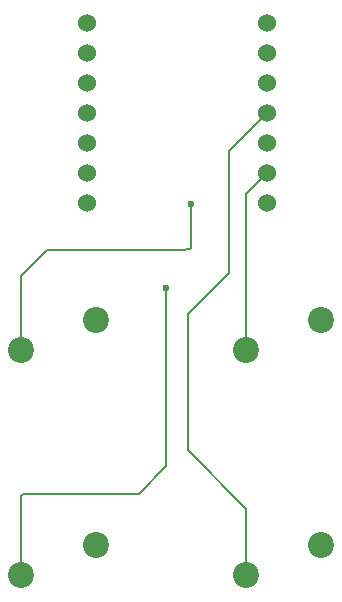
<source format=gbr>
%TF.GenerationSoftware,KiCad,Pcbnew,8.0.8*%
%TF.CreationDate,2025-02-16T22:09:59-06:00*%
%TF.ProjectId,hackPad,6861636b-5061-4642-9e6b-696361645f70,rev?*%
%TF.SameCoordinates,Original*%
%TF.FileFunction,Copper,L2,Bot*%
%TF.FilePolarity,Positive*%
%FSLAX46Y46*%
G04 Gerber Fmt 4.6, Leading zero omitted, Abs format (unit mm)*
G04 Created by KiCad (PCBNEW 8.0.8) date 2025-02-16 22:09:59*
%MOMM*%
%LPD*%
G01*
G04 APERTURE LIST*
%TA.AperFunction,ComponentPad*%
%ADD10C,1.524000*%
%TD*%
%TA.AperFunction,ComponentPad*%
%ADD11C,2.200000*%
%TD*%
%TA.AperFunction,ViaPad*%
%ADD12C,0.600000*%
%TD*%
%TA.AperFunction,Conductor*%
%ADD13C,0.200000*%
%TD*%
G04 APERTURE END LIST*
D10*
%TO.P,U1,1,GPIO26/ADC0/A0*%
%TO.N,unconnected-(U1-GPIO26{slash}ADC0{slash}A0-Pad1)*%
X110966250Y-65079500D03*
%TO.P,U1,2,GPIO27/ADC1/A1*%
%TO.N,unconnected-(U1-GPIO27{slash}ADC1{slash}A1-Pad2)*%
X110966250Y-67619500D03*
%TO.P,U1,3,GPIO28/ADC2/A2*%
%TO.N,unconnected-(U1-GPIO28{slash}ADC2{slash}A2-Pad3)*%
X110966250Y-70159500D03*
%TO.P,U1,4,GPIO29/ADC3/A3*%
%TO.N,unconnected-(U1-GPIO29{slash}ADC3{slash}A3-Pad4)*%
X110966250Y-72699500D03*
%TO.P,U1,5,GPIO6/SDA*%
%TO.N,Net-(D1-DIN)*%
X110966250Y-75239500D03*
%TO.P,U1,6,GPIO7/SCL*%
%TO.N,unconnected-(U1-GPIO7{slash}SCL-Pad6)*%
X110966250Y-77779500D03*
%TO.P,U1,7,GPIO0/TX*%
%TO.N,unconnected-(U1-GPIO0{slash}TX-Pad7)*%
X110966250Y-80319500D03*
%TO.P,U1,8,GPIO1/RX*%
%TO.N,Net-(U1-GPIO1{slash}RX)*%
X126206250Y-80319500D03*
%TO.P,U1,9,GPIO2/SCK*%
%TO.N,Net-(U1-GPIO2{slash}SCK)*%
X126206250Y-77779500D03*
%TO.P,U1,10,GPIO4/MISO*%
%TO.N,Net-(U1-GPIO4{slash}MISO)*%
X126206250Y-75239500D03*
%TO.P,U1,11,GPIO3/MOSI*%
%TO.N,Net-(U1-GPIO3{slash}MOSI)*%
X126206250Y-72699500D03*
%TO.P,U1,12,3V3*%
%TO.N,unconnected-(U1-3V3-Pad12)*%
X126206250Y-70159500D03*
%TO.P,U1,13,GND*%
%TO.N,GND*%
X126206250Y-67619500D03*
%TO.P,U1,14,VBUS*%
%TO.N,+5V*%
X126206250Y-65079500D03*
%TD*%
D11*
%TO.P,SW4,1,1*%
%TO.N,GND*%
X130810000Y-109220000D03*
%TO.P,SW4,2,2*%
%TO.N,Net-(U1-GPIO3{slash}MOSI)*%
X124460000Y-111760000D03*
%TD*%
%TO.P,SW3,1,1*%
%TO.N,GND*%
X111760000Y-109220000D03*
%TO.P,SW3,2,2*%
%TO.N,Net-(U1-GPIO4{slash}MISO)*%
X105410000Y-111760000D03*
%TD*%
%TO.P,SW2,1,1*%
%TO.N,GND*%
X130810000Y-90170000D03*
%TO.P,SW2,2,2*%
%TO.N,Net-(U1-GPIO2{slash}SCK)*%
X124460000Y-92710000D03*
%TD*%
%TO.P,SW1,1,1*%
%TO.N,GND*%
X111760000Y-90170000D03*
%TO.P,SW1,2,2*%
%TO.N,Net-(U1-GPIO1{slash}RX)*%
X105410000Y-92710000D03*
%TD*%
D12*
%TO.N,Net-(U1-GPIO1{slash}RX)*%
X119800000Y-80400000D03*
%TO.N,Net-(U1-GPIO4{slash}MISO)*%
X117700000Y-87500000D03*
%TD*%
D13*
%TO.N,Net-(U1-GPIO1{slash}RX)*%
X119400000Y-84200000D02*
X119300000Y-84300000D01*
X119800000Y-80400000D02*
X119800000Y-84100000D01*
X119300000Y-84300000D02*
X107600000Y-84300000D01*
X119700000Y-84200000D02*
X119400000Y-84200000D01*
X119800000Y-84100000D02*
X119700000Y-84200000D01*
X107600000Y-84300000D02*
X105410000Y-86490000D01*
X105410000Y-86490000D02*
X105410000Y-92710000D01*
%TO.N,Net-(U1-GPIO4{slash}MISO)*%
X115400000Y-104900000D02*
X105600000Y-104900000D01*
X105400000Y-105100000D02*
X105410000Y-105110000D01*
X117700000Y-87500000D02*
X117700000Y-102600000D01*
X105600000Y-104900000D02*
X105400000Y-105100000D01*
X117700000Y-102600000D02*
X115400000Y-104900000D01*
X105410000Y-105110000D02*
X105410000Y-111760000D01*
%TO.N,Net-(U1-GPIO2{slash}SCK)*%
X124460000Y-92710000D02*
X124460000Y-79525750D01*
X124460000Y-79525750D02*
X126206250Y-77779500D01*
%TO.N,Net-(U1-GPIO3{slash}MOSI)*%
X126206250Y-72699500D02*
X123000000Y-75905750D01*
X124460000Y-106160000D02*
X124460000Y-111760000D01*
X123000000Y-75905750D02*
X123000000Y-86200000D01*
X123000000Y-86200000D02*
X119500000Y-89700000D01*
X119500000Y-89700000D02*
X119500000Y-101200000D01*
X119500000Y-101200000D02*
X124460000Y-106160000D01*
%TD*%
M02*

</source>
